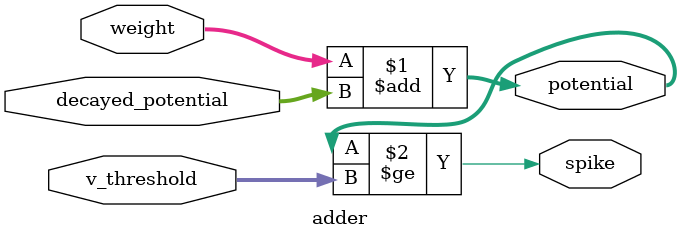
<source format=v>
module adder(
    input wire [31:0] v_threshold,
    input wire [31:0] weight, 
    input wire [31:0] decayed_potential, 
    output reg [31:0] potential, 
    output reg spike);

    // Addition and comparison
    
    // First add the connection inputs to the decayed
    assign potential = weight + decayed_potential;

    // Compare to see if spiked
    assign spike = potential >= v_threshold;     


endmodule
</source>
